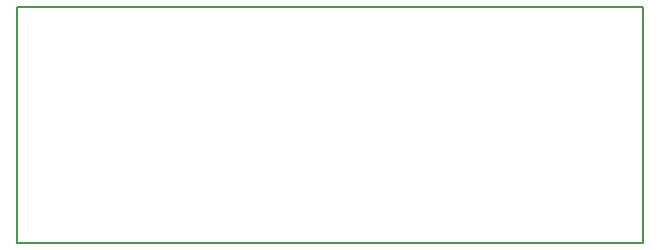
<source format=gbr>
G04 #@! TF.GenerationSoftware,KiCad,Pcbnew,(5.0.2)-1*
G04 #@! TF.CreationDate,2019-05-10T14:36:23+02:00*
G04 #@! TF.ProjectId,137Mhz-BandPass-Filter,3133374d-687a-42d4-9261-6e6450617373,rev?*
G04 #@! TF.SameCoordinates,Original*
G04 #@! TF.FileFunction,Profile,NP*
%FSLAX46Y46*%
G04 Gerber Fmt 4.6, Leading zero omitted, Abs format (unit mm)*
G04 Created by KiCad (PCBNEW (5.0.2)-1) date 05/10/19 14:36:23*
%MOMM*%
%LPD*%
G01*
G04 APERTURE LIST*
%ADD10C,0.200000*%
G04 APERTURE END LIST*
D10*
X160000000Y-130000000D02*
X160000000Y-110000000D01*
X107000000Y-130000000D02*
X160000000Y-130000000D01*
X107000000Y-110000000D02*
X107000000Y-130000000D01*
X160000000Y-110000000D02*
X107000000Y-110000000D01*
M02*

</source>
